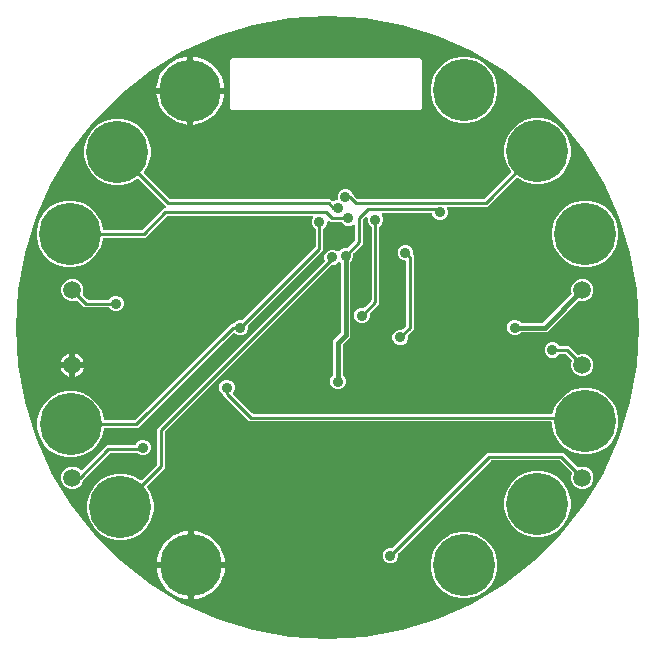
<source format=gbr>
G04 EAGLE Gerber RS-274X export*
G75*
%MOMM*%
%FSLAX34Y34*%
%LPD*%
%INBottom Copper*%
%IPPOS*%
%AMOC8*
5,1,8,0,0,1.08239X$1,22.5*%
G01*
%ADD10C,5.266000*%
%ADD11C,1.500000*%
%ADD12C,0.906400*%
%ADD13C,0.254000*%
%ADD14C,0.406400*%

G36*
X31749Y-262114D02*
X31749Y-262114D01*
X31756Y-262113D01*
X31901Y-262096D01*
X63112Y-256376D01*
X63119Y-256374D01*
X63261Y-256339D01*
X93555Y-246899D01*
X93561Y-246897D01*
X93698Y-246845D01*
X122633Y-233823D01*
X122639Y-233819D01*
X122769Y-233751D01*
X149923Y-217336D01*
X149928Y-217332D01*
X150049Y-217249D01*
X175027Y-197680D01*
X175032Y-197675D01*
X175142Y-197578D01*
X197578Y-175142D01*
X197583Y-175136D01*
X197680Y-175027D01*
X217249Y-150049D01*
X217252Y-150043D01*
X217336Y-149923D01*
X233751Y-122769D01*
X233754Y-122763D01*
X233823Y-122633D01*
X246845Y-93698D01*
X246847Y-93691D01*
X246899Y-93555D01*
X256339Y-63261D01*
X256341Y-63254D01*
X256376Y-63112D01*
X262096Y-31901D01*
X262096Y-31895D01*
X262113Y-31757D01*
X262114Y-31753D01*
X262114Y-31752D01*
X262114Y-31749D01*
X264030Y-77D01*
X264029Y-70D01*
X264030Y77D01*
X262114Y31749D01*
X262113Y31756D01*
X262096Y31901D01*
X256376Y63112D01*
X256374Y63119D01*
X256339Y63261D01*
X246899Y93555D01*
X246897Y93561D01*
X246845Y93698D01*
X233823Y122633D01*
X233819Y122639D01*
X233751Y122769D01*
X217336Y149923D01*
X217332Y149928D01*
X217249Y150049D01*
X197680Y175027D01*
X197675Y175032D01*
X197578Y175142D01*
X175142Y197578D01*
X175136Y197583D01*
X175027Y197680D01*
X150049Y217249D01*
X150043Y217252D01*
X149923Y217336D01*
X122769Y233751D01*
X122763Y233754D01*
X122633Y233823D01*
X93698Y246845D01*
X93691Y246847D01*
X93555Y246899D01*
X63261Y256339D01*
X63254Y256341D01*
X63112Y256376D01*
X31901Y262096D01*
X31894Y262096D01*
X31749Y262114D01*
X77Y264030D01*
X70Y264029D01*
X-77Y264030D01*
X-31749Y262114D01*
X-31756Y262113D01*
X-31901Y262096D01*
X-63112Y256376D01*
X-63116Y256375D01*
X-63120Y256375D01*
X-63132Y256371D01*
X-63261Y256339D01*
X-93555Y246899D01*
X-93561Y246897D01*
X-93698Y246845D01*
X-122633Y233823D01*
X-122639Y233819D01*
X-122769Y233751D01*
X-149923Y217336D01*
X-149928Y217332D01*
X-150049Y217249D01*
X-175027Y197680D01*
X-175032Y197675D01*
X-175142Y197578D01*
X-197578Y175142D01*
X-197583Y175136D01*
X-197680Y175027D01*
X-217249Y150049D01*
X-217252Y150043D01*
X-217336Y149923D01*
X-233751Y122769D01*
X-233754Y122763D01*
X-233823Y122633D01*
X-246845Y93698D01*
X-246847Y93691D01*
X-246899Y93555D01*
X-256339Y63261D01*
X-256341Y63254D01*
X-256376Y63112D01*
X-262096Y31901D01*
X-262096Y31894D01*
X-262114Y31749D01*
X-264030Y77D01*
X-264029Y70D01*
X-264030Y-77D01*
X-262114Y-31749D01*
X-262113Y-31756D01*
X-262096Y-31901D01*
X-256376Y-63112D01*
X-256374Y-63119D01*
X-256339Y-63261D01*
X-246899Y-93555D01*
X-246897Y-93561D01*
X-246845Y-93698D01*
X-233823Y-122633D01*
X-233819Y-122639D01*
X-233751Y-122769D01*
X-217336Y-149923D01*
X-217332Y-149928D01*
X-217249Y-150049D01*
X-197680Y-175027D01*
X-197675Y-175032D01*
X-197578Y-175142D01*
X-175142Y-197578D01*
X-175136Y-197583D01*
X-175027Y-197680D01*
X-150049Y-217249D01*
X-150043Y-217252D01*
X-149923Y-217336D01*
X-122769Y-233751D01*
X-122763Y-233754D01*
X-122633Y-233823D01*
X-93698Y-246845D01*
X-93691Y-246847D01*
X-93555Y-246899D01*
X-63261Y-256339D01*
X-63254Y-256341D01*
X-63112Y-256376D01*
X-31901Y-262096D01*
X-31894Y-262096D01*
X-31749Y-262114D01*
X-77Y-264030D01*
X-70Y-264029D01*
X77Y-264030D01*
X31749Y-262114D01*
G37*
%LPC*%
G36*
X-178961Y-180001D02*
X-178961Y-180001D01*
X-186110Y-178085D01*
X-192519Y-174385D01*
X-197753Y-169151D01*
X-201453Y-162742D01*
X-203369Y-155593D01*
X-203369Y-148191D01*
X-201453Y-141042D01*
X-197753Y-134633D01*
X-192519Y-129399D01*
X-186110Y-125699D01*
X-178961Y-123783D01*
X-171559Y-123783D01*
X-164410Y-125699D01*
X-158488Y-129118D01*
X-158384Y-129162D01*
X-158284Y-129213D01*
X-158238Y-129223D01*
X-158194Y-129242D01*
X-158083Y-129258D01*
X-157974Y-129283D01*
X-157926Y-129281D01*
X-157880Y-129288D01*
X-157768Y-129276D01*
X-157656Y-129273D01*
X-157610Y-129260D01*
X-157564Y-129255D01*
X-157458Y-129216D01*
X-157350Y-129185D01*
X-157310Y-129161D01*
X-157265Y-129144D01*
X-157173Y-129080D01*
X-157076Y-129023D01*
X-157022Y-128975D01*
X-157004Y-128963D01*
X-156992Y-128949D01*
X-156955Y-128917D01*
X-144644Y-116606D01*
X-144584Y-116527D01*
X-144516Y-116455D01*
X-144487Y-116402D01*
X-144450Y-116354D01*
X-144410Y-116263D01*
X-144362Y-116177D01*
X-144347Y-116118D01*
X-144323Y-116063D01*
X-144308Y-115965D01*
X-144283Y-115869D01*
X-144277Y-115769D01*
X-144273Y-115748D01*
X-144275Y-115736D01*
X-144273Y-115708D01*
X-144273Y-85754D01*
X-141966Y-83448D01*
X-2481Y56037D01*
X-2463Y56061D01*
X-2441Y56080D01*
X-2366Y56186D01*
X-2286Y56289D01*
X-2275Y56316D01*
X-2258Y56340D01*
X-2212Y56461D01*
X-2160Y56581D01*
X-2155Y56610D01*
X-2145Y56637D01*
X-2131Y56766D01*
X-2110Y56895D01*
X-2113Y56924D01*
X-2110Y56953D01*
X-2128Y57082D01*
X-2140Y57211D01*
X-2150Y57239D01*
X-2154Y57268D01*
X-2206Y57421D01*
X-2517Y58170D01*
X-2517Y60782D01*
X-1517Y63195D01*
X330Y65041D01*
X2742Y66041D01*
X5354Y66041D01*
X7767Y65041D01*
X8065Y64744D01*
X8159Y64670D01*
X8248Y64592D01*
X8284Y64573D01*
X8316Y64549D01*
X8425Y64501D01*
X8531Y64447D01*
X8570Y64438D01*
X8608Y64422D01*
X8725Y64404D01*
X8841Y64377D01*
X8882Y64379D01*
X8922Y64372D01*
X9040Y64384D01*
X9159Y64387D01*
X9198Y64398D01*
X9238Y64402D01*
X9350Y64442D01*
X9465Y64476D01*
X9500Y64496D01*
X9538Y64510D01*
X9636Y64576D01*
X9739Y64637D01*
X9784Y64677D01*
X9801Y64688D01*
X9814Y64703D01*
X9860Y64743D01*
X11581Y66465D01*
X13994Y67465D01*
X16668Y67465D01*
X16766Y67477D01*
X16865Y67480D01*
X16924Y67497D01*
X16984Y67505D01*
X17076Y67541D01*
X17171Y67569D01*
X17223Y67599D01*
X17279Y67622D01*
X17359Y67680D01*
X17445Y67730D01*
X17520Y67796D01*
X17537Y67808D01*
X17545Y67818D01*
X17566Y67836D01*
X22996Y73266D01*
X23056Y73345D01*
X23124Y73417D01*
X23153Y73470D01*
X23190Y73518D01*
X23230Y73609D01*
X23278Y73695D01*
X23293Y73754D01*
X23317Y73809D01*
X23332Y73907D01*
X23357Y74003D01*
X23363Y74103D01*
X23367Y74124D01*
X23365Y74136D01*
X23367Y74164D01*
X23367Y86019D01*
X23361Y86069D01*
X23363Y86118D01*
X23341Y86225D01*
X23327Y86335D01*
X23309Y86381D01*
X23299Y86430D01*
X23251Y86528D01*
X23210Y86630D01*
X23181Y86670D01*
X23159Y86715D01*
X23088Y86799D01*
X23024Y86888D01*
X22985Y86919D01*
X22953Y86957D01*
X22863Y87020D01*
X22779Y87091D01*
X22734Y87112D01*
X22693Y87140D01*
X22590Y87179D01*
X22491Y87226D01*
X22442Y87235D01*
X22396Y87253D01*
X22286Y87265D01*
X22179Y87286D01*
X22129Y87283D01*
X22080Y87288D01*
X21971Y87273D01*
X21861Y87266D01*
X21814Y87251D01*
X21765Y87244D01*
X21612Y87192D01*
X19086Y86145D01*
X16474Y86145D01*
X14061Y87145D01*
X12171Y89036D01*
X12092Y89096D01*
X12020Y89164D01*
X11967Y89193D01*
X11919Y89230D01*
X11828Y89270D01*
X11742Y89318D01*
X11683Y89333D01*
X11627Y89357D01*
X11529Y89372D01*
X11434Y89397D01*
X11334Y89403D01*
X11313Y89407D01*
X11301Y89405D01*
X11273Y89407D01*
X2442Y89407D01*
X1973Y89877D01*
X1863Y89962D01*
X1756Y90051D01*
X1737Y90059D01*
X1721Y90072D01*
X1593Y90127D01*
X1468Y90186D01*
X1448Y90190D01*
X1429Y90198D01*
X1291Y90220D01*
X1156Y90246D01*
X1135Y90245D01*
X1115Y90248D01*
X976Y90235D01*
X838Y90226D01*
X819Y90220D01*
X799Y90218D01*
X668Y90171D01*
X536Y90128D01*
X518Y90117D01*
X499Y90110D01*
X385Y90032D01*
X267Y89958D01*
X253Y89943D01*
X236Y89932D01*
X144Y89828D01*
X49Y89726D01*
X39Y89709D01*
X26Y89693D01*
X-37Y89570D01*
X-105Y89448D01*
X-110Y89428D01*
X-119Y89410D01*
X-149Y89274D01*
X-184Y89140D01*
X-186Y89112D01*
X-188Y89100D01*
X-188Y89079D01*
X-194Y88979D01*
X-194Y88003D01*
X-1194Y85590D01*
X-3084Y83699D01*
X-3145Y83621D01*
X-3213Y83549D01*
X-3242Y83496D01*
X-3279Y83448D01*
X-3319Y83357D01*
X-3367Y83271D01*
X-3382Y83212D01*
X-3406Y83156D01*
X-3421Y83058D01*
X-3446Y82963D01*
X-3452Y82863D01*
X-3456Y82842D01*
X-3454Y82830D01*
X-3456Y82802D01*
X-3456Y65533D01*
X-66724Y2266D01*
X-66784Y2187D01*
X-66852Y2115D01*
X-66881Y2062D01*
X-66918Y2014D01*
X-66958Y1923D01*
X-67006Y1837D01*
X-67021Y1778D01*
X-67045Y1723D01*
X-67060Y1625D01*
X-67085Y1529D01*
X-67091Y1429D01*
X-67095Y1408D01*
X-67093Y1396D01*
X-67095Y1368D01*
X-67095Y-1306D01*
X-68095Y-3719D01*
X-69941Y-5565D01*
X-72354Y-6565D01*
X-74966Y-6565D01*
X-77379Y-5565D01*
X-78244Y-4700D01*
X-78338Y-4627D01*
X-78427Y-4548D01*
X-78463Y-4530D01*
X-78495Y-4505D01*
X-78604Y-4458D01*
X-78711Y-4403D01*
X-78750Y-4395D01*
X-78787Y-4379D01*
X-78905Y-4360D01*
X-79021Y-4334D01*
X-79061Y-4335D01*
X-79101Y-4329D01*
X-79220Y-4340D01*
X-79339Y-4343D01*
X-79378Y-4355D01*
X-79418Y-4359D01*
X-79530Y-4399D01*
X-79644Y-4432D01*
X-79679Y-4452D01*
X-79717Y-4466D01*
X-79816Y-4533D01*
X-79918Y-4593D01*
X-79964Y-4633D01*
X-79980Y-4645D01*
X-79994Y-4660D01*
X-80039Y-4700D01*
X-160430Y-85091D01*
X-188235Y-85091D01*
X-188346Y-85105D01*
X-188458Y-85111D01*
X-188503Y-85125D01*
X-188550Y-85131D01*
X-188655Y-85172D01*
X-188762Y-85205D01*
X-188802Y-85230D01*
X-188846Y-85248D01*
X-188937Y-85314D01*
X-189032Y-85373D01*
X-189065Y-85407D01*
X-189103Y-85434D01*
X-189175Y-85521D01*
X-189253Y-85602D01*
X-189276Y-85643D01*
X-189306Y-85679D01*
X-189354Y-85781D01*
X-189409Y-85879D01*
X-189432Y-85948D01*
X-189442Y-85967D01*
X-189445Y-85985D01*
X-189461Y-86031D01*
X-191231Y-92638D01*
X-194931Y-99047D01*
X-200165Y-104281D01*
X-206574Y-107981D01*
X-213723Y-109897D01*
X-221125Y-109897D01*
X-228274Y-107981D01*
X-234683Y-104281D01*
X-239917Y-99047D01*
X-243617Y-92638D01*
X-245533Y-85489D01*
X-245533Y-78087D01*
X-243617Y-70938D01*
X-239917Y-64529D01*
X-234683Y-59295D01*
X-228274Y-55595D01*
X-221125Y-53679D01*
X-213723Y-53679D01*
X-206574Y-55595D01*
X-200165Y-59295D01*
X-194931Y-64529D01*
X-191231Y-70938D01*
X-189461Y-77545D01*
X-189418Y-77649D01*
X-189384Y-77755D01*
X-189358Y-77795D01*
X-189341Y-77839D01*
X-189274Y-77929D01*
X-189213Y-78024D01*
X-189179Y-78056D01*
X-189151Y-78094D01*
X-189064Y-78165D01*
X-188982Y-78242D01*
X-188941Y-78265D01*
X-188904Y-78295D01*
X-188802Y-78341D01*
X-188703Y-78396D01*
X-188658Y-78407D01*
X-188615Y-78427D01*
X-188504Y-78447D01*
X-188395Y-78475D01*
X-188323Y-78480D01*
X-188302Y-78483D01*
X-188284Y-78482D01*
X-188235Y-78485D01*
X-163692Y-78485D01*
X-163594Y-78473D01*
X-163495Y-78470D01*
X-163436Y-78453D01*
X-163376Y-78445D01*
X-163284Y-78409D01*
X-163189Y-78381D01*
X-163137Y-78351D01*
X-163081Y-78328D01*
X-163001Y-78270D01*
X-162915Y-78220D01*
X-162840Y-78154D01*
X-162823Y-78142D01*
X-162815Y-78132D01*
X-162794Y-78114D01*
X-81378Y3303D01*
X-80167Y3303D01*
X-80069Y3315D01*
X-79970Y3318D01*
X-79912Y3335D01*
X-79851Y3343D01*
X-79759Y3379D01*
X-79664Y3407D01*
X-79612Y3437D01*
X-79556Y3460D01*
X-79476Y3518D01*
X-79390Y3568D01*
X-79315Y3634D01*
X-79298Y3646D01*
X-79291Y3656D01*
X-79269Y3674D01*
X-77379Y5565D01*
X-74966Y6565D01*
X-72292Y6565D01*
X-72194Y6577D01*
X-72095Y6580D01*
X-72036Y6597D01*
X-71976Y6605D01*
X-71884Y6641D01*
X-71789Y6669D01*
X-71737Y6699D01*
X-71681Y6722D01*
X-71601Y6780D01*
X-71515Y6830D01*
X-71440Y6896D01*
X-71423Y6908D01*
X-71415Y6918D01*
X-71394Y6936D01*
X-10433Y67897D01*
X-10373Y67976D01*
X-10305Y68048D01*
X-10276Y68101D01*
X-10238Y68149D01*
X-10199Y68240D01*
X-10151Y68326D01*
X-10136Y68385D01*
X-10112Y68440D01*
X-10097Y68538D01*
X-10072Y68634D01*
X-10066Y68734D01*
X-10062Y68755D01*
X-10063Y68767D01*
X-10062Y68795D01*
X-10062Y82802D01*
X-10074Y82900D01*
X-10077Y82999D01*
X-10094Y83057D01*
X-10102Y83118D01*
X-10138Y83210D01*
X-10165Y83305D01*
X-10196Y83357D01*
X-10219Y83413D01*
X-10277Y83493D01*
X-10327Y83579D01*
X-10393Y83654D01*
X-10405Y83671D01*
X-10415Y83678D01*
X-10433Y83699D01*
X-12324Y85590D01*
X-13324Y88003D01*
X-13324Y90615D01*
X-12447Y92732D01*
X-12433Y92780D01*
X-12412Y92825D01*
X-12392Y92933D01*
X-12363Y93039D01*
X-12362Y93089D01*
X-12352Y93138D01*
X-12359Y93247D01*
X-12358Y93357D01*
X-12369Y93405D01*
X-12372Y93455D01*
X-12406Y93559D01*
X-12432Y93666D01*
X-12455Y93710D01*
X-12470Y93757D01*
X-12529Y93850D01*
X-12580Y93947D01*
X-12614Y93984D01*
X-12640Y94026D01*
X-12720Y94101D01*
X-12794Y94183D01*
X-12836Y94210D01*
X-12872Y94244D01*
X-12968Y94297D01*
X-13060Y94357D01*
X-13107Y94374D01*
X-13151Y94398D01*
X-13257Y94425D01*
X-13361Y94461D01*
X-13410Y94465D01*
X-13458Y94477D01*
X-13619Y94487D01*
X-135266Y94487D01*
X-135364Y94475D01*
X-135463Y94472D01*
X-135522Y94455D01*
X-135582Y94447D01*
X-135674Y94411D01*
X-135769Y94383D01*
X-135821Y94353D01*
X-135877Y94330D01*
X-135957Y94272D01*
X-136043Y94222D01*
X-136118Y94156D01*
X-136135Y94144D01*
X-136143Y94134D01*
X-136164Y94116D01*
X-154334Y75945D01*
X-188997Y75945D01*
X-189108Y75931D01*
X-189220Y75925D01*
X-189265Y75911D01*
X-189312Y75905D01*
X-189417Y75864D01*
X-189524Y75831D01*
X-189564Y75806D01*
X-189608Y75788D01*
X-189699Y75722D01*
X-189794Y75663D01*
X-189827Y75629D01*
X-189865Y75602D01*
X-189937Y75515D01*
X-190015Y75434D01*
X-190038Y75393D01*
X-190068Y75357D01*
X-190116Y75255D01*
X-190171Y75157D01*
X-190194Y75088D01*
X-190204Y75069D01*
X-190207Y75051D01*
X-190223Y75005D01*
X-191993Y68398D01*
X-195693Y61989D01*
X-200927Y56755D01*
X-207336Y53055D01*
X-214485Y51139D01*
X-221887Y51139D01*
X-229036Y53055D01*
X-235445Y56755D01*
X-240679Y61989D01*
X-244379Y68398D01*
X-246295Y75547D01*
X-246295Y82949D01*
X-244379Y90098D01*
X-240679Y96507D01*
X-235445Y101741D01*
X-229036Y105441D01*
X-221887Y107357D01*
X-214485Y107357D01*
X-207336Y105441D01*
X-200927Y101741D01*
X-195693Y96507D01*
X-191993Y90098D01*
X-190223Y83491D01*
X-190180Y83387D01*
X-190146Y83281D01*
X-190120Y83241D01*
X-190103Y83197D01*
X-190036Y83107D01*
X-189975Y83012D01*
X-189941Y82980D01*
X-189913Y82942D01*
X-189826Y82871D01*
X-189744Y82794D01*
X-189703Y82771D01*
X-189666Y82741D01*
X-189564Y82695D01*
X-189465Y82640D01*
X-189420Y82629D01*
X-189377Y82609D01*
X-189266Y82589D01*
X-189157Y82561D01*
X-189085Y82556D01*
X-189064Y82553D01*
X-189046Y82554D01*
X-188997Y82551D01*
X-157596Y82551D01*
X-157498Y82563D01*
X-157399Y82566D01*
X-157340Y82583D01*
X-157280Y82591D01*
X-157188Y82627D01*
X-157093Y82655D01*
X-157041Y82685D01*
X-156985Y82708D01*
X-156905Y82766D01*
X-156819Y82816D01*
X-156744Y82882D01*
X-156727Y82894D01*
X-156719Y82904D01*
X-156698Y82922D01*
X-138528Y101093D01*
X-138038Y101093D01*
X-137900Y101110D01*
X-137761Y101123D01*
X-137742Y101130D01*
X-137722Y101133D01*
X-137593Y101184D01*
X-137462Y101231D01*
X-137445Y101242D01*
X-137427Y101250D01*
X-137314Y101331D01*
X-137199Y101409D01*
X-137186Y101425D01*
X-137169Y101436D01*
X-137080Y101544D01*
X-136988Y101648D01*
X-136979Y101666D01*
X-136966Y101681D01*
X-136907Y101807D01*
X-136844Y101931D01*
X-136839Y101951D01*
X-136831Y101969D01*
X-136805Y102106D01*
X-136774Y102241D01*
X-136775Y102262D01*
X-136771Y102281D01*
X-136780Y102420D01*
X-136784Y102559D01*
X-136790Y102579D01*
X-136791Y102599D01*
X-136834Y102731D01*
X-136872Y102865D01*
X-136883Y102882D01*
X-136889Y102901D01*
X-136963Y103019D01*
X-137034Y103139D01*
X-137052Y103160D01*
X-137059Y103170D01*
X-137074Y103184D01*
X-137140Y103259D01*
X-138294Y104413D01*
X-138294Y104414D01*
X-159495Y125615D01*
X-159584Y125684D01*
X-159668Y125759D01*
X-159709Y125781D01*
X-159747Y125810D01*
X-159850Y125854D01*
X-159949Y125906D01*
X-159995Y125917D01*
X-160039Y125936D01*
X-160150Y125954D01*
X-160259Y125979D01*
X-160306Y125978D01*
X-160353Y125986D01*
X-160465Y125975D01*
X-160577Y125973D01*
X-160622Y125960D01*
X-160669Y125956D01*
X-160775Y125918D01*
X-160883Y125888D01*
X-160948Y125856D01*
X-160969Y125848D01*
X-160984Y125838D01*
X-161028Y125816D01*
X-166950Y122397D01*
X-174099Y120481D01*
X-181501Y120481D01*
X-188650Y122397D01*
X-195059Y126097D01*
X-200293Y131331D01*
X-203993Y137740D01*
X-205909Y144889D01*
X-205909Y152291D01*
X-203993Y159440D01*
X-200293Y165849D01*
X-195059Y171083D01*
X-188650Y174783D01*
X-181501Y176699D01*
X-174099Y176699D01*
X-166950Y174783D01*
X-160541Y171083D01*
X-155307Y165849D01*
X-151607Y159440D01*
X-149691Y152291D01*
X-149691Y144889D01*
X-151607Y137740D01*
X-155026Y131818D01*
X-155070Y131714D01*
X-155121Y131614D01*
X-155131Y131568D01*
X-155150Y131524D01*
X-155166Y131413D01*
X-155191Y131304D01*
X-155189Y131256D01*
X-155196Y131210D01*
X-155184Y131098D01*
X-155181Y130986D01*
X-155168Y130940D01*
X-155163Y130894D01*
X-155124Y130788D01*
X-155093Y130680D01*
X-155069Y130640D01*
X-155052Y130595D01*
X-154988Y130503D01*
X-154931Y130406D01*
X-154883Y130352D01*
X-154871Y130334D01*
X-154857Y130322D01*
X-154825Y130285D01*
X-133624Y109084D01*
X-133545Y109024D01*
X-133473Y108956D01*
X-133420Y108927D01*
X-133372Y108890D01*
X-133281Y108850D01*
X-133195Y108802D01*
X-133136Y108787D01*
X-133081Y108763D01*
X-132983Y108748D01*
X-132887Y108723D01*
X-132787Y108717D01*
X-132766Y108713D01*
X-132754Y108715D01*
X-132726Y108713D01*
X2311Y108713D01*
X3867Y107157D01*
X3891Y107139D01*
X3910Y107116D01*
X4016Y107041D01*
X4119Y106962D01*
X4146Y106950D01*
X4170Y106933D01*
X4291Y106887D01*
X4410Y106835D01*
X4440Y106831D01*
X4467Y106820D01*
X4596Y106806D01*
X4724Y106786D01*
X4754Y106788D01*
X4783Y106785D01*
X4912Y106803D01*
X5041Y106815D01*
X5069Y106825D01*
X5098Y106829D01*
X5250Y106882D01*
X7524Y107823D01*
X7643Y107831D01*
X7681Y107843D01*
X7722Y107848D01*
X7832Y107892D01*
X7945Y107929D01*
X7980Y107950D01*
X8017Y107965D01*
X8113Y108035D01*
X8214Y108099D01*
X8242Y108128D01*
X8275Y108152D01*
X8351Y108244D01*
X8432Y108331D01*
X8452Y108366D01*
X8477Y108397D01*
X8528Y108505D01*
X8586Y108609D01*
X8596Y108648D01*
X8613Y108685D01*
X8635Y108802D01*
X8665Y108917D01*
X8669Y108977D01*
X8673Y108997D01*
X8671Y109018D01*
X8675Y109078D01*
X8675Y111796D01*
X9675Y114209D01*
X11521Y116055D01*
X13934Y117055D01*
X16546Y117055D01*
X18959Y116055D01*
X20805Y114209D01*
X21277Y113071D01*
X21281Y113063D01*
X21284Y113054D01*
X21360Y112925D01*
X21434Y112795D01*
X21441Y112788D01*
X21445Y112780D01*
X21552Y112659D01*
X22724Y111487D01*
X22724Y111486D01*
X25126Y109084D01*
X25205Y109024D01*
X25277Y108956D01*
X25330Y108927D01*
X25378Y108890D01*
X25469Y108850D01*
X25555Y108802D01*
X25614Y108787D01*
X25669Y108763D01*
X25767Y108748D01*
X25863Y108723D01*
X25963Y108717D01*
X25984Y108713D01*
X25996Y108715D01*
X26024Y108713D01*
X131964Y108713D01*
X132062Y108725D01*
X132161Y108728D01*
X132220Y108745D01*
X132280Y108753D01*
X132372Y108789D01*
X132467Y108817D01*
X132519Y108847D01*
X132575Y108870D01*
X132655Y108928D01*
X132741Y108978D01*
X132816Y109044D01*
X132833Y109056D01*
X132841Y109066D01*
X132862Y109084D01*
X154825Y131047D01*
X154894Y131136D01*
X154969Y131220D01*
X154991Y131261D01*
X155020Y131299D01*
X155064Y131402D01*
X155116Y131501D01*
X155127Y131547D01*
X155146Y131591D01*
X155164Y131702D01*
X155189Y131811D01*
X155188Y131858D01*
X155196Y131905D01*
X155185Y132017D01*
X155183Y132129D01*
X155170Y132174D01*
X155166Y132221D01*
X155128Y132327D01*
X155098Y132435D01*
X155066Y132500D01*
X155058Y132521D01*
X155048Y132536D01*
X155026Y132580D01*
X151607Y138502D01*
X149691Y145651D01*
X149691Y153053D01*
X151607Y160202D01*
X155307Y166611D01*
X160541Y171845D01*
X166950Y175545D01*
X174099Y177461D01*
X181501Y177461D01*
X188650Y175545D01*
X195059Y171845D01*
X200293Y166611D01*
X203993Y160202D01*
X205909Y153053D01*
X205909Y145651D01*
X203993Y138502D01*
X200293Y132093D01*
X195059Y126859D01*
X188650Y123159D01*
X181501Y121243D01*
X174099Y121243D01*
X166950Y123159D01*
X161028Y126578D01*
X160924Y126622D01*
X160824Y126673D01*
X160778Y126683D01*
X160734Y126702D01*
X160623Y126718D01*
X160514Y126743D01*
X160466Y126741D01*
X160420Y126748D01*
X160308Y126736D01*
X160196Y126733D01*
X160150Y126720D01*
X160104Y126715D01*
X159998Y126676D01*
X159890Y126645D01*
X159850Y126621D01*
X159805Y126604D01*
X159713Y126540D01*
X159616Y126483D01*
X159562Y126435D01*
X159544Y126423D01*
X159532Y126409D01*
X159495Y126377D01*
X137532Y104414D01*
X135226Y102107D01*
X102378Y102107D01*
X102329Y102101D01*
X102279Y102103D01*
X102172Y102081D01*
X102063Y102067D01*
X102016Y102049D01*
X101968Y102039D01*
X101869Y101991D01*
X101767Y101950D01*
X101727Y101921D01*
X101682Y101899D01*
X101599Y101828D01*
X101510Y101764D01*
X101478Y101725D01*
X101440Y101693D01*
X101377Y101603D01*
X101307Y101519D01*
X101286Y101474D01*
X101257Y101433D01*
X101218Y101330D01*
X101171Y101231D01*
X101162Y101182D01*
X101144Y101136D01*
X101132Y101026D01*
X101112Y100919D01*
X101115Y100869D01*
X101109Y100820D01*
X101125Y100711D01*
X101131Y100601D01*
X101147Y100554D01*
X101154Y100505D01*
X101206Y100352D01*
X101815Y98882D01*
X101815Y96270D01*
X100815Y93857D01*
X98969Y92011D01*
X96556Y91011D01*
X93944Y91011D01*
X91531Y92011D01*
X89685Y93857D01*
X88696Y96244D01*
X88682Y96269D01*
X88673Y96297D01*
X88603Y96407D01*
X88539Y96520D01*
X88518Y96541D01*
X88502Y96566D01*
X88408Y96655D01*
X88317Y96748D01*
X88292Y96764D01*
X88271Y96784D01*
X88157Y96847D01*
X88046Y96915D01*
X88018Y96923D01*
X87992Y96938D01*
X87866Y96970D01*
X87742Y97008D01*
X87713Y97010D01*
X87684Y97017D01*
X87524Y97027D01*
X47331Y97027D01*
X47281Y97021D01*
X47232Y97023D01*
X47124Y97001D01*
X47015Y96987D01*
X46969Y96969D01*
X46920Y96959D01*
X46822Y96911D01*
X46720Y96870D01*
X46679Y96841D01*
X46635Y96819D01*
X46551Y96748D01*
X46462Y96684D01*
X46431Y96645D01*
X46393Y96613D01*
X46330Y96523D01*
X46259Y96439D01*
X46238Y96394D01*
X46210Y96353D01*
X46171Y96250D01*
X46124Y96151D01*
X46115Y96102D01*
X46097Y96056D01*
X46085Y95946D01*
X46064Y95839D01*
X46067Y95789D01*
X46062Y95740D01*
X46077Y95631D01*
X46084Y95521D01*
X46099Y95474D01*
X46106Y95425D01*
X46158Y95272D01*
X47205Y92746D01*
X47205Y90134D01*
X46205Y87721D01*
X44314Y85831D01*
X44254Y85752D01*
X44186Y85680D01*
X44157Y85627D01*
X44120Y85579D01*
X44080Y85488D01*
X44032Y85402D01*
X44017Y85343D01*
X43993Y85287D01*
X43978Y85189D01*
X43953Y85094D01*
X43947Y84994D01*
X43943Y84973D01*
X43945Y84961D01*
X43943Y84933D01*
X43943Y20222D01*
X36146Y12426D01*
X36086Y12347D01*
X36018Y12275D01*
X35989Y12222D01*
X35952Y12174D01*
X35912Y12083D01*
X35864Y11997D01*
X35849Y11938D01*
X35825Y11883D01*
X35810Y11785D01*
X35785Y11689D01*
X35779Y11589D01*
X35775Y11568D01*
X35777Y11556D01*
X35775Y11528D01*
X35775Y8854D01*
X34775Y6441D01*
X32929Y4595D01*
X30516Y3595D01*
X27904Y3595D01*
X25491Y4595D01*
X23645Y6441D01*
X22645Y8854D01*
X22645Y11466D01*
X23645Y13879D01*
X25491Y15725D01*
X27904Y16725D01*
X30578Y16725D01*
X30676Y16737D01*
X30775Y16740D01*
X30834Y16757D01*
X30894Y16765D01*
X30986Y16801D01*
X31081Y16829D01*
X31133Y16859D01*
X31189Y16882D01*
X31269Y16940D01*
X31355Y16990D01*
X31430Y17056D01*
X31447Y17068D01*
X31455Y17078D01*
X31476Y17096D01*
X36966Y22586D01*
X37026Y22665D01*
X37094Y22737D01*
X37123Y22790D01*
X37160Y22838D01*
X37200Y22929D01*
X37248Y23015D01*
X37263Y23074D01*
X37287Y23129D01*
X37302Y23227D01*
X37327Y23323D01*
X37333Y23423D01*
X37337Y23444D01*
X37335Y23456D01*
X37337Y23484D01*
X37337Y84933D01*
X37325Y85031D01*
X37322Y85130D01*
X37305Y85188D01*
X37297Y85249D01*
X37261Y85341D01*
X37233Y85436D01*
X37203Y85488D01*
X37180Y85544D01*
X37122Y85624D01*
X37072Y85710D01*
X37006Y85785D01*
X36994Y85802D01*
X36984Y85809D01*
X36966Y85831D01*
X35075Y87721D01*
X34075Y90134D01*
X34075Y92380D01*
X34058Y92518D01*
X34045Y92657D01*
X34038Y92676D01*
X34035Y92696D01*
X33984Y92825D01*
X33937Y92956D01*
X33926Y92973D01*
X33918Y92991D01*
X33837Y93104D01*
X33759Y93219D01*
X33743Y93232D01*
X33732Y93249D01*
X33624Y93338D01*
X33520Y93430D01*
X33502Y93439D01*
X33487Y93452D01*
X33361Y93511D01*
X33237Y93574D01*
X33217Y93579D01*
X33199Y93587D01*
X33062Y93613D01*
X32927Y93644D01*
X32906Y93643D01*
X32887Y93647D01*
X32748Y93638D01*
X32609Y93634D01*
X32589Y93628D01*
X32569Y93627D01*
X32437Y93584D01*
X32303Y93546D01*
X32286Y93535D01*
X32267Y93529D01*
X32149Y93455D01*
X32029Y93384D01*
X32008Y93366D01*
X31998Y93359D01*
X31984Y93344D01*
X31909Y93278D01*
X30344Y91714D01*
X30284Y91635D01*
X30216Y91563D01*
X30187Y91510D01*
X30150Y91462D01*
X30110Y91371D01*
X30062Y91285D01*
X30047Y91226D01*
X30023Y91171D01*
X30008Y91073D01*
X29983Y90977D01*
X29977Y90877D01*
X29973Y90856D01*
X29975Y90844D01*
X29973Y90816D01*
X29973Y70902D01*
X22236Y63166D01*
X22176Y63087D01*
X22108Y63015D01*
X22079Y62962D01*
X22042Y62914D01*
X22002Y62823D01*
X21954Y62737D01*
X21939Y62678D01*
X21915Y62623D01*
X21900Y62525D01*
X21875Y62429D01*
X21869Y62329D01*
X21865Y62308D01*
X21867Y62296D01*
X21865Y62268D01*
X21865Y59594D01*
X20865Y57181D01*
X19736Y56053D01*
X19676Y55974D01*
X19608Y55902D01*
X19579Y55849D01*
X19542Y55801D01*
X19502Y55710D01*
X19454Y55624D01*
X19439Y55565D01*
X19415Y55509D01*
X19400Y55411D01*
X19375Y55316D01*
X19369Y55216D01*
X19365Y55195D01*
X19367Y55183D01*
X19365Y55155D01*
X19365Y-7974D01*
X13326Y-14012D01*
X13266Y-14090D01*
X13198Y-14162D01*
X13169Y-14215D01*
X13132Y-14263D01*
X13092Y-14354D01*
X13044Y-14441D01*
X13029Y-14499D01*
X13005Y-14555D01*
X12990Y-14653D01*
X12965Y-14749D01*
X12959Y-14849D01*
X12955Y-14869D01*
X12957Y-14881D01*
X12955Y-14909D01*
X12955Y-39975D01*
X12967Y-40073D01*
X12970Y-40172D01*
X12987Y-40230D01*
X12995Y-40291D01*
X13031Y-40383D01*
X13059Y-40478D01*
X13089Y-40530D01*
X13112Y-40586D01*
X13170Y-40666D01*
X13220Y-40752D01*
X13286Y-40827D01*
X13298Y-40844D01*
X13308Y-40851D01*
X13326Y-40873D01*
X14455Y-42001D01*
X15455Y-44414D01*
X15455Y-47026D01*
X14455Y-49439D01*
X12609Y-51285D01*
X10196Y-52285D01*
X7584Y-52285D01*
X5171Y-51285D01*
X3325Y-49439D01*
X2325Y-47026D01*
X2325Y-44414D01*
X3325Y-42001D01*
X4454Y-40873D01*
X4514Y-40794D01*
X4582Y-40722D01*
X4611Y-40669D01*
X4648Y-40621D01*
X4688Y-40530D01*
X4736Y-40444D01*
X4751Y-40385D01*
X4775Y-40329D01*
X4790Y-40231D01*
X4815Y-40136D01*
X4821Y-40036D01*
X4825Y-40015D01*
X4823Y-40003D01*
X4825Y-39975D01*
X4825Y-11016D01*
X10864Y-4978D01*
X10924Y-4900D01*
X10992Y-4828D01*
X11021Y-4775D01*
X11058Y-4727D01*
X11098Y-4636D01*
X11146Y-4549D01*
X11161Y-4491D01*
X11185Y-4435D01*
X11200Y-4337D01*
X11225Y-4241D01*
X11231Y-4141D01*
X11235Y-4121D01*
X11233Y-4109D01*
X11235Y-4081D01*
X11235Y54315D01*
X11218Y54453D01*
X11205Y54591D01*
X11198Y54610D01*
X11195Y54631D01*
X11144Y54760D01*
X11097Y54891D01*
X11086Y54907D01*
X11078Y54926D01*
X10997Y55038D01*
X10919Y55154D01*
X10903Y55167D01*
X10892Y55184D01*
X10784Y55272D01*
X10680Y55364D01*
X10662Y55373D01*
X10647Y55386D01*
X10521Y55446D01*
X10397Y55509D01*
X10377Y55513D01*
X10359Y55522D01*
X10222Y55548D01*
X10087Y55578D01*
X10066Y55578D01*
X10047Y55582D01*
X9908Y55573D01*
X9769Y55569D01*
X9749Y55563D01*
X9729Y55562D01*
X9597Y55519D01*
X9463Y55480D01*
X9446Y55470D01*
X9427Y55464D01*
X9309Y55389D01*
X9189Y55319D01*
X9168Y55300D01*
X9158Y55294D01*
X9144Y55279D01*
X9069Y55212D01*
X7767Y53911D01*
X5354Y52911D01*
X4260Y52911D01*
X4162Y52899D01*
X4063Y52896D01*
X4004Y52879D01*
X3944Y52871D01*
X3852Y52835D01*
X3757Y52807D01*
X3705Y52777D01*
X3649Y52754D01*
X3569Y52696D01*
X3483Y52646D01*
X3408Y52580D01*
X3391Y52568D01*
X3383Y52558D01*
X3362Y52540D01*
X-137296Y-88118D01*
X-137356Y-88197D01*
X-137424Y-88269D01*
X-137453Y-88322D01*
X-137490Y-88370D01*
X-137530Y-88461D01*
X-137578Y-88547D01*
X-137593Y-88606D01*
X-137617Y-88661D01*
X-137632Y-88759D01*
X-137657Y-88855D01*
X-137663Y-88955D01*
X-137667Y-88976D01*
X-137665Y-88988D01*
X-137667Y-89016D01*
X-137667Y-118970D01*
X-152285Y-133587D01*
X-152354Y-133676D01*
X-152429Y-133760D01*
X-152451Y-133801D01*
X-152480Y-133839D01*
X-152524Y-133942D01*
X-152576Y-134041D01*
X-152587Y-134087D01*
X-152606Y-134131D01*
X-152624Y-134242D01*
X-152649Y-134351D01*
X-152648Y-134398D01*
X-152656Y-134445D01*
X-152645Y-134557D01*
X-152643Y-134669D01*
X-152630Y-134714D01*
X-152626Y-134761D01*
X-152588Y-134867D01*
X-152558Y-134975D01*
X-152526Y-135040D01*
X-152518Y-135061D01*
X-152508Y-135076D01*
X-152486Y-135120D01*
X-149067Y-141042D01*
X-147151Y-148191D01*
X-147151Y-155593D01*
X-149067Y-162742D01*
X-152767Y-169151D01*
X-158001Y-174385D01*
X-164410Y-178085D01*
X-171559Y-180001D01*
X-178961Y-180001D01*
G37*
%LPD*%
%LPC*%
G36*
X-81062Y184149D02*
X-81062Y184149D01*
X-82551Y185638D01*
X-82551Y226604D01*
X-81062Y228093D01*
X78522Y228093D01*
X80011Y226604D01*
X80011Y185638D01*
X78522Y184149D01*
X-81062Y184149D01*
G37*
%LPD*%
%LPC*%
G36*
X214485Y-107357D02*
X214485Y-107357D01*
X207336Y-105441D01*
X200927Y-101741D01*
X195693Y-96507D01*
X191993Y-90098D01*
X190077Y-82949D01*
X190077Y-80772D01*
X190062Y-80654D01*
X190055Y-80535D01*
X190042Y-80497D01*
X190037Y-80456D01*
X189994Y-80346D01*
X189957Y-80233D01*
X189935Y-80198D01*
X189920Y-80161D01*
X189851Y-80065D01*
X189787Y-79964D01*
X189757Y-79936D01*
X189734Y-79903D01*
X189642Y-79827D01*
X189555Y-79746D01*
X189520Y-79726D01*
X189489Y-79701D01*
X189381Y-79650D01*
X189277Y-79592D01*
X189237Y-79582D01*
X189201Y-79565D01*
X189084Y-79543D01*
X188969Y-79513D01*
X188909Y-79509D01*
X188889Y-79505D01*
X188868Y-79507D01*
X188808Y-79503D01*
X-66138Y-79503D01*
X-88401Y-57240D01*
X-88405Y-57209D01*
X-88408Y-57110D01*
X-88425Y-57051D01*
X-88433Y-56991D01*
X-88469Y-56899D01*
X-88497Y-56804D01*
X-88527Y-56752D01*
X-88550Y-56696D01*
X-88608Y-56616D01*
X-88658Y-56530D01*
X-88724Y-56455D01*
X-88736Y-56438D01*
X-88746Y-56431D01*
X-88764Y-56409D01*
X-90655Y-54519D01*
X-91655Y-52106D01*
X-91655Y-49494D01*
X-90655Y-47081D01*
X-88809Y-45235D01*
X-86396Y-44235D01*
X-83784Y-44235D01*
X-81371Y-45235D01*
X-79525Y-47081D01*
X-78525Y-49494D01*
X-78525Y-52106D01*
X-79525Y-54519D01*
X-79755Y-54749D01*
X-79828Y-54843D01*
X-79907Y-54932D01*
X-79925Y-54968D01*
X-79950Y-55000D01*
X-79997Y-55110D01*
X-80052Y-55216D01*
X-80060Y-55255D01*
X-80076Y-55292D01*
X-80095Y-55410D01*
X-80121Y-55526D01*
X-80120Y-55566D01*
X-80126Y-55606D01*
X-80115Y-55725D01*
X-80112Y-55844D01*
X-80100Y-55883D01*
X-80096Y-55923D01*
X-80056Y-56035D01*
X-80023Y-56149D01*
X-80003Y-56184D01*
X-79989Y-56222D01*
X-79922Y-56321D01*
X-79862Y-56423D01*
X-79822Y-56468D01*
X-79810Y-56485D01*
X-79795Y-56499D01*
X-79755Y-56544D01*
X-63774Y-72526D01*
X-63695Y-72586D01*
X-63623Y-72654D01*
X-63570Y-72683D01*
X-63522Y-72720D01*
X-63431Y-72760D01*
X-63345Y-72808D01*
X-63286Y-72823D01*
X-63231Y-72847D01*
X-63133Y-72862D01*
X-63037Y-72887D01*
X-62937Y-72893D01*
X-62916Y-72897D01*
X-62904Y-72895D01*
X-62876Y-72897D01*
X189813Y-72897D01*
X189925Y-72883D01*
X190037Y-72877D01*
X190082Y-72863D01*
X190129Y-72857D01*
X190233Y-72816D01*
X190341Y-72783D01*
X190381Y-72758D01*
X190425Y-72740D01*
X190515Y-72675D01*
X190611Y-72615D01*
X190644Y-72581D01*
X190682Y-72554D01*
X190754Y-72467D01*
X190832Y-72386D01*
X190855Y-72345D01*
X190885Y-72309D01*
X190933Y-72207D01*
X190988Y-72109D01*
X191011Y-72040D01*
X191020Y-72021D01*
X191024Y-72003D01*
X191039Y-71957D01*
X191993Y-68398D01*
X195693Y-61989D01*
X200927Y-56755D01*
X207336Y-53055D01*
X214485Y-51139D01*
X221887Y-51139D01*
X229036Y-53055D01*
X235445Y-56755D01*
X240679Y-61989D01*
X244379Y-68398D01*
X246295Y-75547D01*
X246295Y-82949D01*
X244379Y-90098D01*
X240679Y-96507D01*
X235445Y-101741D01*
X229036Y-105441D01*
X221887Y-107357D01*
X214485Y-107357D01*
G37*
%LPD*%
%LPC*%
G36*
X111869Y173059D02*
X111869Y173059D01*
X104720Y174975D01*
X98311Y178675D01*
X93077Y183909D01*
X89377Y190318D01*
X87461Y197467D01*
X87461Y204869D01*
X89377Y212018D01*
X93077Y218427D01*
X98311Y223661D01*
X104720Y227361D01*
X111869Y229277D01*
X119271Y229277D01*
X126420Y227361D01*
X132829Y223661D01*
X138063Y218427D01*
X141763Y212018D01*
X143679Y204869D01*
X143679Y197467D01*
X141763Y190318D01*
X138063Y183909D01*
X132829Y178675D01*
X126420Y174975D01*
X119271Y173059D01*
X111869Y173059D01*
G37*
%LPD*%
%LPC*%
G36*
X214485Y51139D02*
X214485Y51139D01*
X207336Y53055D01*
X200927Y56755D01*
X195693Y61989D01*
X191993Y68398D01*
X190077Y75547D01*
X190077Y82949D01*
X191993Y90098D01*
X195693Y96507D01*
X200927Y101741D01*
X207336Y105441D01*
X214485Y107357D01*
X221887Y107357D01*
X229036Y105441D01*
X235445Y101741D01*
X240679Y96507D01*
X244379Y90098D01*
X246295Y82949D01*
X246295Y75547D01*
X244379Y68398D01*
X240679Y61989D01*
X235445Y56755D01*
X229036Y53055D01*
X221887Y51139D01*
X214485Y51139D01*
G37*
%LPD*%
%LPC*%
G36*
X174099Y-177461D02*
X174099Y-177461D01*
X166950Y-175545D01*
X160541Y-171845D01*
X155307Y-166611D01*
X151607Y-160202D01*
X149691Y-153053D01*
X149691Y-145651D01*
X151607Y-138502D01*
X155307Y-132093D01*
X160541Y-126859D01*
X166950Y-123159D01*
X174099Y-121243D01*
X181501Y-121243D01*
X188650Y-123159D01*
X195059Y-126859D01*
X200293Y-132093D01*
X203993Y-138502D01*
X205909Y-145651D01*
X205909Y-153053D01*
X203993Y-160202D01*
X200293Y-166611D01*
X195059Y-171845D01*
X188650Y-175545D01*
X181501Y-177461D01*
X174099Y-177461D01*
G37*
%LPD*%
%LPC*%
G36*
X111869Y-229277D02*
X111869Y-229277D01*
X104720Y-227361D01*
X98311Y-223661D01*
X93077Y-218427D01*
X89377Y-212018D01*
X87461Y-204869D01*
X87461Y-197467D01*
X89377Y-190318D01*
X93077Y-183909D01*
X98311Y-178675D01*
X104720Y-174975D01*
X111869Y-173059D01*
X119271Y-173059D01*
X126420Y-174975D01*
X132829Y-178675D01*
X138063Y-183909D01*
X141763Y-190318D01*
X143679Y-197467D01*
X143679Y-204869D01*
X141763Y-212018D01*
X138063Y-218427D01*
X132829Y-223661D01*
X126420Y-227361D01*
X119271Y-229277D01*
X111869Y-229277D01*
G37*
%LPD*%
%LPC*%
G36*
X52034Y-199605D02*
X52034Y-199605D01*
X49621Y-198605D01*
X47775Y-196759D01*
X46775Y-194346D01*
X46775Y-191734D01*
X47775Y-189321D01*
X49621Y-187475D01*
X52034Y-186475D01*
X54708Y-186475D01*
X54806Y-186463D01*
X54905Y-186460D01*
X54964Y-186443D01*
X55024Y-186435D01*
X55116Y-186399D01*
X55211Y-186371D01*
X55263Y-186341D01*
X55319Y-186318D01*
X55399Y-186260D01*
X55485Y-186210D01*
X55560Y-186144D01*
X55577Y-186132D01*
X55585Y-186122D01*
X55606Y-186104D01*
X135792Y-105917D01*
X199488Y-105917D01*
X201794Y-108224D01*
X211501Y-117931D01*
X211525Y-117949D01*
X211544Y-117971D01*
X211650Y-118046D01*
X211753Y-118126D01*
X211780Y-118137D01*
X211804Y-118154D01*
X211925Y-118200D01*
X212045Y-118252D01*
X212074Y-118257D01*
X212101Y-118267D01*
X212230Y-118281D01*
X212359Y-118302D01*
X212388Y-118299D01*
X212417Y-118302D01*
X212546Y-118284D01*
X212675Y-118272D01*
X212703Y-118262D01*
X212732Y-118258D01*
X212885Y-118206D01*
X214054Y-117721D01*
X217746Y-117721D01*
X221156Y-119134D01*
X223766Y-121744D01*
X225179Y-125154D01*
X225179Y-128846D01*
X223766Y-132256D01*
X221156Y-134866D01*
X217746Y-136279D01*
X214054Y-136279D01*
X210644Y-134866D01*
X208034Y-132256D01*
X206621Y-128846D01*
X206621Y-125154D01*
X207106Y-123985D01*
X207114Y-123956D01*
X207127Y-123930D01*
X207155Y-123803D01*
X207190Y-123678D01*
X207190Y-123648D01*
X207197Y-123620D01*
X207193Y-123490D01*
X207195Y-123360D01*
X207188Y-123331D01*
X207187Y-123302D01*
X207151Y-123177D01*
X207121Y-123051D01*
X207107Y-123025D01*
X207099Y-122996D01*
X207033Y-122885D01*
X206972Y-122770D01*
X206952Y-122748D01*
X206937Y-122722D01*
X206831Y-122601D01*
X197124Y-112894D01*
X197045Y-112834D01*
X196973Y-112766D01*
X196920Y-112737D01*
X196872Y-112700D01*
X196781Y-112660D01*
X196695Y-112612D01*
X196636Y-112597D01*
X196581Y-112573D01*
X196483Y-112558D01*
X196387Y-112533D01*
X196287Y-112527D01*
X196266Y-112523D01*
X196254Y-112525D01*
X196226Y-112523D01*
X139054Y-112523D01*
X138956Y-112535D01*
X138857Y-112538D01*
X138798Y-112555D01*
X138738Y-112563D01*
X138646Y-112599D01*
X138551Y-112627D01*
X138499Y-112657D01*
X138443Y-112680D01*
X138363Y-112738D01*
X138277Y-112788D01*
X138202Y-112854D01*
X138185Y-112866D01*
X138177Y-112876D01*
X138156Y-112894D01*
X60276Y-190774D01*
X60216Y-190853D01*
X60148Y-190925D01*
X60119Y-190978D01*
X60082Y-191026D01*
X60042Y-191117D01*
X59994Y-191203D01*
X59979Y-191262D01*
X59955Y-191317D01*
X59940Y-191415D01*
X59915Y-191511D01*
X59910Y-191591D01*
X59907Y-191605D01*
X59908Y-191615D01*
X59905Y-191632D01*
X59907Y-191644D01*
X59905Y-191672D01*
X59905Y-194346D01*
X58905Y-196759D01*
X57059Y-198605D01*
X54646Y-199605D01*
X52034Y-199605D01*
G37*
%LPD*%
%LPC*%
G36*
X157444Y-6565D02*
X157444Y-6565D01*
X155031Y-5565D01*
X153185Y-3719D01*
X152185Y-1306D01*
X152185Y1306D01*
X153185Y3719D01*
X155031Y5565D01*
X157444Y6565D01*
X160056Y6565D01*
X162469Y5565D01*
X163597Y4436D01*
X163676Y4376D01*
X163748Y4308D01*
X163801Y4279D01*
X163849Y4242D01*
X163940Y4202D01*
X164026Y4154D01*
X164085Y4139D01*
X164141Y4115D01*
X164239Y4100D01*
X164334Y4075D01*
X164434Y4069D01*
X164455Y4065D01*
X164467Y4067D01*
X164495Y4065D01*
X181941Y4065D01*
X182039Y4077D01*
X182138Y4080D01*
X182196Y4097D01*
X182256Y4105D01*
X182348Y4141D01*
X182443Y4169D01*
X182495Y4199D01*
X182552Y4222D01*
X182632Y4280D01*
X182717Y4330D01*
X182793Y4396D01*
X182809Y4408D01*
X182817Y4418D01*
X182838Y4436D01*
X206515Y28113D01*
X206533Y28137D01*
X206556Y28156D01*
X206630Y28262D01*
X206710Y28365D01*
X206722Y28392D01*
X206739Y28416D01*
X206785Y28537D01*
X206836Y28657D01*
X206841Y28686D01*
X206851Y28713D01*
X206866Y28842D01*
X206886Y28971D01*
X206883Y29000D01*
X206887Y29029D01*
X206869Y29158D01*
X206856Y29287D01*
X206846Y29315D01*
X206842Y29344D01*
X206790Y29497D01*
X206621Y29904D01*
X206621Y33596D01*
X208034Y37006D01*
X210644Y39616D01*
X214054Y41029D01*
X217746Y41029D01*
X221156Y39616D01*
X223766Y37006D01*
X225179Y33596D01*
X225179Y29904D01*
X223766Y26494D01*
X221156Y23884D01*
X217746Y22471D01*
X214054Y22471D01*
X213647Y22640D01*
X213618Y22648D01*
X213592Y22661D01*
X213465Y22690D01*
X213340Y22724D01*
X213310Y22725D01*
X213282Y22731D01*
X213152Y22727D01*
X213022Y22729D01*
X212993Y22722D01*
X212964Y22721D01*
X212839Y22685D01*
X212713Y22655D01*
X212687Y22641D01*
X212658Y22633D01*
X212546Y22567D01*
X212432Y22506D01*
X212410Y22486D01*
X212384Y22471D01*
X212263Y22365D01*
X185834Y-4065D01*
X164495Y-4065D01*
X164397Y-4077D01*
X164298Y-4080D01*
X164240Y-4097D01*
X164179Y-4105D01*
X164087Y-4141D01*
X163992Y-4169D01*
X163940Y-4199D01*
X163884Y-4222D01*
X163804Y-4280D01*
X163718Y-4330D01*
X163643Y-4396D01*
X163626Y-4408D01*
X163619Y-4418D01*
X163597Y-4436D01*
X162469Y-5565D01*
X160056Y-6565D01*
X157444Y-6565D01*
G37*
%LPD*%
%LPC*%
G36*
X-217746Y-136279D02*
X-217746Y-136279D01*
X-221156Y-134866D01*
X-223766Y-132256D01*
X-225179Y-128846D01*
X-225179Y-125154D01*
X-223766Y-121744D01*
X-221156Y-119134D01*
X-217746Y-117721D01*
X-214054Y-117721D01*
X-210644Y-119134D01*
X-209397Y-120381D01*
X-209303Y-120454D01*
X-209214Y-120533D01*
X-209177Y-120551D01*
X-209146Y-120576D01*
X-209036Y-120623D01*
X-208930Y-120677D01*
X-208891Y-120686D01*
X-208854Y-120702D01*
X-208736Y-120721D01*
X-208620Y-120747D01*
X-208580Y-120746D01*
X-208540Y-120752D01*
X-208421Y-120741D01*
X-208302Y-120737D01*
X-208263Y-120726D01*
X-208223Y-120722D01*
X-208111Y-120682D01*
X-207997Y-120649D01*
X-207962Y-120628D01*
X-207924Y-120615D01*
X-207825Y-120548D01*
X-207723Y-120487D01*
X-207677Y-120448D01*
X-207661Y-120436D01*
X-207647Y-120421D01*
X-207602Y-120381D01*
X-186788Y-99567D01*
X-163322Y-99567D01*
X-163292Y-99564D01*
X-163263Y-99566D01*
X-163135Y-99544D01*
X-163006Y-99527D01*
X-162979Y-99517D01*
X-162950Y-99512D01*
X-162831Y-99458D01*
X-162710Y-99410D01*
X-162687Y-99393D01*
X-162660Y-99381D01*
X-162558Y-99300D01*
X-162453Y-99224D01*
X-162434Y-99201D01*
X-162411Y-99182D01*
X-162333Y-99079D01*
X-162250Y-98979D01*
X-162238Y-98952D01*
X-162220Y-98928D01*
X-162149Y-98784D01*
X-161775Y-97881D01*
X-159929Y-96035D01*
X-157516Y-95035D01*
X-154904Y-95035D01*
X-152491Y-96035D01*
X-150645Y-97881D01*
X-149645Y-100294D01*
X-149645Y-102906D01*
X-150645Y-105319D01*
X-152491Y-107165D01*
X-154904Y-108165D01*
X-157516Y-108165D01*
X-159929Y-107165D01*
X-160549Y-106544D01*
X-160628Y-106484D01*
X-160700Y-106416D01*
X-160753Y-106387D01*
X-160801Y-106350D01*
X-160892Y-106310D01*
X-160978Y-106262D01*
X-161037Y-106247D01*
X-161093Y-106223D01*
X-161191Y-106208D01*
X-161286Y-106183D01*
X-161386Y-106177D01*
X-161407Y-106173D01*
X-161419Y-106175D01*
X-161447Y-106173D01*
X-183526Y-106173D01*
X-183624Y-106185D01*
X-183723Y-106188D01*
X-183782Y-106205D01*
X-183842Y-106213D01*
X-183934Y-106249D01*
X-184029Y-106277D01*
X-184081Y-106307D01*
X-184137Y-106330D01*
X-184217Y-106388D01*
X-184303Y-106438D01*
X-184378Y-106504D01*
X-184395Y-106516D01*
X-184403Y-106526D01*
X-184424Y-106544D01*
X-205876Y-127996D01*
X-206369Y-128490D01*
X-206375Y-128498D01*
X-206382Y-128503D01*
X-206473Y-128623D01*
X-206564Y-128742D01*
X-206568Y-128750D01*
X-206574Y-128758D01*
X-206645Y-128902D01*
X-208034Y-132256D01*
X-210644Y-134866D01*
X-214054Y-136279D01*
X-217746Y-136279D01*
G37*
%LPD*%
%LPC*%
G36*
X60289Y-14820D02*
X60289Y-14820D01*
X57876Y-13820D01*
X56030Y-11974D01*
X55030Y-9561D01*
X55030Y-6949D01*
X56030Y-4536D01*
X57876Y-2690D01*
X60289Y-1690D01*
X62963Y-1690D01*
X63061Y-1678D01*
X63160Y-1675D01*
X63219Y-1658D01*
X63279Y-1650D01*
X63371Y-1614D01*
X63466Y-1586D01*
X63518Y-1556D01*
X63574Y-1533D01*
X63654Y-1475D01*
X63740Y-1425D01*
X63815Y-1359D01*
X63832Y-1347D01*
X63840Y-1337D01*
X63861Y-1319D01*
X66176Y996D01*
X66236Y1075D01*
X66304Y1147D01*
X66333Y1200D01*
X66370Y1248D01*
X66410Y1339D01*
X66458Y1425D01*
X66473Y1484D01*
X66497Y1539D01*
X66512Y1637D01*
X66537Y1733D01*
X66543Y1833D01*
X66547Y1854D01*
X66545Y1866D01*
X66547Y1894D01*
X66547Y55578D01*
X66532Y55696D01*
X66525Y55815D01*
X66512Y55853D01*
X66507Y55894D01*
X66464Y56004D01*
X66427Y56117D01*
X66405Y56152D01*
X66390Y56189D01*
X66321Y56285D01*
X66257Y56386D01*
X66227Y56414D01*
X66204Y56447D01*
X66112Y56523D01*
X66025Y56604D01*
X65990Y56624D01*
X65959Y56649D01*
X65851Y56700D01*
X65747Y56758D01*
X65707Y56768D01*
X65671Y56785D01*
X65554Y56807D01*
X65439Y56837D01*
X65379Y56841D01*
X65359Y56845D01*
X65338Y56843D01*
X65278Y56847D01*
X64734Y56847D01*
X62321Y57847D01*
X60475Y59693D01*
X59475Y62106D01*
X59475Y64718D01*
X60475Y67131D01*
X62321Y68977D01*
X64734Y69977D01*
X67346Y69977D01*
X69759Y68977D01*
X71605Y67131D01*
X72605Y64718D01*
X72605Y62044D01*
X72617Y61946D01*
X72620Y61847D01*
X72637Y61788D01*
X72645Y61728D01*
X72681Y61636D01*
X72709Y61541D01*
X72739Y61489D01*
X72762Y61433D01*
X72820Y61353D01*
X72870Y61267D01*
X72936Y61192D01*
X72948Y61175D01*
X72958Y61167D01*
X72976Y61146D01*
X73153Y60970D01*
X73153Y-1368D01*
X68531Y-5989D01*
X68471Y-6068D01*
X68403Y-6140D01*
X68374Y-6193D01*
X68337Y-6241D01*
X68297Y-6332D01*
X68249Y-6418D01*
X68234Y-6477D01*
X68210Y-6532D01*
X68195Y-6630D01*
X68170Y-6726D01*
X68164Y-6826D01*
X68160Y-6847D01*
X68162Y-6859D01*
X68160Y-6887D01*
X68160Y-9561D01*
X67160Y-11974D01*
X65314Y-13820D01*
X62901Y-14820D01*
X60289Y-14820D01*
G37*
%LPD*%
%LPC*%
G36*
X-180376Y13755D02*
X-180376Y13755D01*
X-182789Y14755D01*
X-184679Y16646D01*
X-184758Y16706D01*
X-184830Y16774D01*
X-184883Y16803D01*
X-184931Y16840D01*
X-185022Y16880D01*
X-185108Y16928D01*
X-185167Y16943D01*
X-185223Y16967D01*
X-185321Y16982D01*
X-185416Y17007D01*
X-185516Y17013D01*
X-185537Y17017D01*
X-185549Y17015D01*
X-185577Y17017D01*
X-205838Y17017D01*
X-211501Y22681D01*
X-211525Y22699D01*
X-211544Y22721D01*
X-211650Y22796D01*
X-211753Y22876D01*
X-211780Y22887D01*
X-211804Y22904D01*
X-211925Y22950D01*
X-212045Y23002D01*
X-212074Y23007D01*
X-212101Y23017D01*
X-212230Y23031D01*
X-212359Y23052D01*
X-212388Y23049D01*
X-212417Y23052D01*
X-212546Y23034D01*
X-212675Y23022D01*
X-212703Y23012D01*
X-212732Y23008D01*
X-212885Y22956D01*
X-214054Y22471D01*
X-217746Y22471D01*
X-221156Y23884D01*
X-223766Y26494D01*
X-225179Y29904D01*
X-225179Y33596D01*
X-223766Y37006D01*
X-221156Y39616D01*
X-217746Y41029D01*
X-214054Y41029D01*
X-210644Y39616D01*
X-208034Y37006D01*
X-206621Y33596D01*
X-206621Y29904D01*
X-207106Y28735D01*
X-207114Y28706D01*
X-207127Y28680D01*
X-207155Y28553D01*
X-207190Y28428D01*
X-207190Y28398D01*
X-207197Y28370D01*
X-207193Y28240D01*
X-207195Y28110D01*
X-207188Y28081D01*
X-207187Y28052D01*
X-207151Y27927D01*
X-207121Y27801D01*
X-207107Y27775D01*
X-207099Y27746D01*
X-207033Y27635D01*
X-206972Y27520D01*
X-206952Y27498D01*
X-206937Y27472D01*
X-206831Y27351D01*
X-203474Y23994D01*
X-203395Y23934D01*
X-203323Y23866D01*
X-203270Y23837D01*
X-203222Y23800D01*
X-203131Y23760D01*
X-203045Y23712D01*
X-202986Y23697D01*
X-202931Y23673D01*
X-202833Y23658D01*
X-202737Y23633D01*
X-202637Y23627D01*
X-202616Y23623D01*
X-202604Y23625D01*
X-202576Y23623D01*
X-185577Y23623D01*
X-185479Y23635D01*
X-185380Y23638D01*
X-185322Y23655D01*
X-185261Y23663D01*
X-185169Y23699D01*
X-185074Y23727D01*
X-185022Y23757D01*
X-184966Y23780D01*
X-184886Y23838D01*
X-184800Y23888D01*
X-184725Y23954D01*
X-184708Y23966D01*
X-184701Y23976D01*
X-184679Y23994D01*
X-182789Y25885D01*
X-180376Y26885D01*
X-177764Y26885D01*
X-175351Y25885D01*
X-173505Y24039D01*
X-172505Y21626D01*
X-172505Y19014D01*
X-173505Y16601D01*
X-175351Y14755D01*
X-177764Y13755D01*
X-180376Y13755D01*
G37*
%LPD*%
%LPC*%
G36*
X-144845Y203199D02*
X-144845Y203199D01*
X-144586Y205504D01*
X-143864Y208665D01*
X-142793Y211726D01*
X-141386Y214647D01*
X-139661Y217393D01*
X-137639Y219928D01*
X-135346Y222221D01*
X-132811Y224243D01*
X-130065Y225968D01*
X-127144Y227375D01*
X-124083Y228446D01*
X-120922Y229168D01*
X-118617Y229427D01*
X-118617Y203199D01*
X-144845Y203199D01*
G37*
%LPD*%
%LPC*%
G36*
X-120414Y-229676D02*
X-120414Y-229676D01*
X-123575Y-228954D01*
X-126636Y-227883D01*
X-129557Y-226476D01*
X-132303Y-224751D01*
X-134838Y-222729D01*
X-137131Y-220436D01*
X-139153Y-217901D01*
X-140878Y-215155D01*
X-142285Y-212234D01*
X-143356Y-209173D01*
X-144078Y-206012D01*
X-144337Y-203707D01*
X-118109Y-203707D01*
X-118109Y-229935D01*
X-120414Y-229676D01*
G37*
%LPD*%
%LPC*%
G36*
X-113539Y203199D02*
X-113539Y203199D01*
X-113539Y229427D01*
X-111234Y229168D01*
X-108073Y228446D01*
X-105012Y227375D01*
X-102091Y225968D01*
X-99345Y224243D01*
X-96810Y222221D01*
X-94517Y219928D01*
X-92495Y217393D01*
X-90770Y214647D01*
X-89363Y211726D01*
X-88292Y208665D01*
X-87570Y205504D01*
X-87311Y203199D01*
X-113539Y203199D01*
G37*
%LPD*%
%LPC*%
G36*
X-120922Y172152D02*
X-120922Y172152D01*
X-124083Y172874D01*
X-127144Y173945D01*
X-130065Y175352D01*
X-132811Y177077D01*
X-135346Y179099D01*
X-137639Y181392D01*
X-139661Y183927D01*
X-141386Y186673D01*
X-142793Y189594D01*
X-143864Y192655D01*
X-144586Y195816D01*
X-144845Y198121D01*
X-118617Y198121D01*
X-118617Y171893D01*
X-120922Y172152D01*
G37*
%LPD*%
%LPC*%
G36*
X-144337Y-198629D02*
X-144337Y-198629D01*
X-144078Y-196324D01*
X-143356Y-193163D01*
X-142285Y-190102D01*
X-140878Y-187181D01*
X-139153Y-184435D01*
X-137131Y-181900D01*
X-134838Y-179607D01*
X-132303Y-177585D01*
X-129557Y-175860D01*
X-126636Y-174453D01*
X-123575Y-173382D01*
X-120414Y-172660D01*
X-118109Y-172401D01*
X-118109Y-198629D01*
X-144337Y-198629D01*
G37*
%LPD*%
%LPC*%
G36*
X-113031Y-203707D02*
X-113031Y-203707D01*
X-86803Y-203707D01*
X-87062Y-206012D01*
X-87784Y-209173D01*
X-88855Y-212234D01*
X-90262Y-215155D01*
X-91987Y-217901D01*
X-94009Y-220436D01*
X-96302Y-222729D01*
X-98837Y-224751D01*
X-101583Y-226476D01*
X-104504Y-227883D01*
X-107565Y-228954D01*
X-110726Y-229676D01*
X-113031Y-229935D01*
X-113031Y-203707D01*
G37*
%LPD*%
%LPC*%
G36*
X-113539Y198121D02*
X-113539Y198121D01*
X-87311Y198121D01*
X-87570Y195816D01*
X-88292Y192655D01*
X-89363Y189594D01*
X-90770Y186673D01*
X-92495Y183927D01*
X-94517Y181392D01*
X-96810Y179099D01*
X-99345Y177077D01*
X-102091Y175352D01*
X-105012Y173945D01*
X-108073Y172874D01*
X-111234Y172152D01*
X-113539Y171893D01*
X-113539Y198121D01*
G37*
%LPD*%
%LPC*%
G36*
X-113031Y-198629D02*
X-113031Y-198629D01*
X-113031Y-172401D01*
X-110726Y-172660D01*
X-107565Y-173382D01*
X-104504Y-174453D01*
X-101583Y-175860D01*
X-98837Y-177585D01*
X-96302Y-179607D01*
X-94009Y-181900D01*
X-91987Y-184435D01*
X-90262Y-187181D01*
X-88855Y-190102D01*
X-87784Y-193163D01*
X-87062Y-196324D01*
X-86803Y-198629D01*
X-113031Y-198629D01*
G37*
%LPD*%
%LPC*%
G36*
X214054Y-41029D02*
X214054Y-41029D01*
X210644Y-39616D01*
X208034Y-37006D01*
X206621Y-33596D01*
X206621Y-29904D01*
X207106Y-28735D01*
X207114Y-28706D01*
X207127Y-28680D01*
X207155Y-28553D01*
X207190Y-28428D01*
X207190Y-28398D01*
X207197Y-28370D01*
X207193Y-28240D01*
X207195Y-28110D01*
X207188Y-28081D01*
X207187Y-28052D01*
X207151Y-27927D01*
X207121Y-27801D01*
X207107Y-27775D01*
X207099Y-27746D01*
X207033Y-27635D01*
X206972Y-27520D01*
X206952Y-27498D01*
X206937Y-27472D01*
X206831Y-27351D01*
X202204Y-22724D01*
X202125Y-22664D01*
X202053Y-22596D01*
X202000Y-22567D01*
X201952Y-22530D01*
X201861Y-22490D01*
X201775Y-22442D01*
X201716Y-22427D01*
X201661Y-22403D01*
X201563Y-22388D01*
X201467Y-22363D01*
X201367Y-22357D01*
X201346Y-22353D01*
X201334Y-22355D01*
X201306Y-22353D01*
X197007Y-22353D01*
X196909Y-22365D01*
X196810Y-22368D01*
X196752Y-22385D01*
X196691Y-22393D01*
X196599Y-22429D01*
X196504Y-22457D01*
X196452Y-22487D01*
X196396Y-22510D01*
X196316Y-22568D01*
X196230Y-22618D01*
X196155Y-22684D01*
X196138Y-22696D01*
X196131Y-22706D01*
X196109Y-22724D01*
X194219Y-24615D01*
X191806Y-25615D01*
X189194Y-25615D01*
X186781Y-24615D01*
X184935Y-22769D01*
X183935Y-20356D01*
X183935Y-17744D01*
X184935Y-15331D01*
X186781Y-13485D01*
X189194Y-12485D01*
X191806Y-12485D01*
X194219Y-13485D01*
X196109Y-15376D01*
X196188Y-15436D01*
X196260Y-15504D01*
X196313Y-15533D01*
X196361Y-15570D01*
X196452Y-15610D01*
X196538Y-15658D01*
X196597Y-15673D01*
X196653Y-15697D01*
X196751Y-15712D01*
X196846Y-15737D01*
X196946Y-15743D01*
X196967Y-15747D01*
X196979Y-15745D01*
X197007Y-15747D01*
X204568Y-15747D01*
X211501Y-22681D01*
X211525Y-22699D01*
X211544Y-22721D01*
X211650Y-22796D01*
X211753Y-22876D01*
X211780Y-22887D01*
X211804Y-22904D01*
X211925Y-22950D01*
X212045Y-23002D01*
X212074Y-23007D01*
X212101Y-23017D01*
X212230Y-23031D01*
X212359Y-23052D01*
X212388Y-23049D01*
X212417Y-23052D01*
X212546Y-23034D01*
X212675Y-23022D01*
X212703Y-23012D01*
X212732Y-23008D01*
X212885Y-22956D01*
X214054Y-22471D01*
X217746Y-22471D01*
X221156Y-23884D01*
X223766Y-26494D01*
X225179Y-29904D01*
X225179Y-33596D01*
X223766Y-37006D01*
X221156Y-39616D01*
X217746Y-41029D01*
X214054Y-41029D01*
G37*
%LPD*%
%LPC*%
G36*
X-219754Y-41055D02*
X-219754Y-41055D01*
X-221162Y-40338D01*
X-222441Y-39409D01*
X-223559Y-38291D01*
X-224488Y-37012D01*
X-225205Y-35604D01*
X-225632Y-34289D01*
X-218439Y-34289D01*
X-218439Y-41482D01*
X-219754Y-41055D01*
G37*
%LPD*%
%LPC*%
G36*
X-225632Y-29211D02*
X-225632Y-29211D01*
X-225205Y-27896D01*
X-224488Y-26488D01*
X-223559Y-25209D01*
X-222441Y-24091D01*
X-221162Y-23162D01*
X-219754Y-22445D01*
X-218439Y-22018D01*
X-218439Y-29211D01*
X-225632Y-29211D01*
G37*
%LPD*%
%LPC*%
G36*
X-213361Y-34289D02*
X-213361Y-34289D01*
X-206168Y-34289D01*
X-206595Y-35604D01*
X-207312Y-37012D01*
X-208241Y-38291D01*
X-209359Y-39409D01*
X-210638Y-40338D01*
X-212046Y-41055D01*
X-213361Y-41482D01*
X-213361Y-34289D01*
G37*
%LPD*%
%LPC*%
G36*
X-213361Y-29211D02*
X-213361Y-29211D01*
X-213361Y-22018D01*
X-212046Y-22445D01*
X-210638Y-23162D01*
X-209359Y-24091D01*
X-208241Y-25209D01*
X-207312Y-26488D01*
X-206595Y-27896D01*
X-206168Y-29211D01*
X-213361Y-29211D01*
G37*
%LPD*%
%LPC*%
G36*
X-116079Y200659D02*
X-116079Y200659D01*
X-116079Y200661D01*
X-116077Y200661D01*
X-116077Y200659D01*
X-116079Y200659D01*
G37*
%LPD*%
%LPC*%
G36*
X-115571Y-201169D02*
X-115571Y-201169D01*
X-115571Y-201167D01*
X-115569Y-201167D01*
X-115569Y-201169D01*
X-115571Y-201169D01*
G37*
%LPD*%
%LPC*%
G36*
X-215901Y-31751D02*
X-215901Y-31751D01*
X-215901Y-31749D01*
X-215899Y-31749D01*
X-215899Y-31751D01*
X-215901Y-31751D01*
G37*
%LPD*%
D10*
X115570Y201168D03*
X115570Y-201168D03*
X-116078Y200660D03*
X-115570Y-201168D03*
X177800Y149352D03*
X218186Y79248D03*
X218186Y-79248D03*
X177800Y-149352D03*
X-177800Y148590D03*
X-218186Y79248D03*
X-217424Y-81788D03*
X-175260Y-151892D03*
D11*
X-215900Y-127000D03*
X215900Y-127000D03*
X-215900Y31750D03*
X215900Y-31750D03*
X215900Y31750D03*
X-215900Y-31750D03*
D12*
X35560Y115570D03*
X-39370Y88900D03*
X-76200Y11430D03*
X-24130Y8890D03*
X105410Y-53340D03*
X15300Y60900D03*
D13*
X26670Y72270D01*
X92496Y100330D02*
X95250Y97576D01*
D12*
X95250Y97576D03*
D13*
X26670Y92710D02*
X26670Y72270D01*
X26670Y92710D02*
X34290Y100330D01*
X92496Y100330D01*
D12*
X8890Y-45720D03*
D14*
X8890Y-12700D01*
X15300Y-6290D02*
X15300Y60900D01*
X15300Y-6290D02*
X8890Y-12700D01*
D12*
X158750Y0D03*
D14*
X184150Y0D01*
X215900Y31750D01*
D12*
X-156210Y-101600D03*
D13*
X-157480Y-102870D01*
X-185420Y-102870D01*
X-209550Y-127000D01*
X-215900Y-127000D01*
D12*
X53340Y-193040D03*
D13*
X137160Y-109220D01*
X198120Y-109220D02*
X215900Y-127000D01*
X198120Y-109220D02*
X137160Y-109220D01*
D12*
X4048Y59476D03*
D13*
X4048Y57896D01*
X-140970Y-87122D01*
X-140970Y-117602D01*
X-175260Y-151892D01*
D12*
X29210Y10160D03*
D13*
X40640Y21590D01*
X40640Y91440D01*
D12*
X40640Y91440D03*
X66040Y63412D03*
D13*
X69850Y0D02*
X61595Y-8255D01*
X69850Y59602D02*
X66040Y63412D01*
X69850Y59602D02*
X69850Y0D01*
D12*
X61595Y-8255D03*
X-6759Y89309D03*
D13*
X-6759Y66901D01*
X-161798Y-81788D02*
X-217424Y-81788D01*
X-73660Y0D02*
X-6759Y66901D01*
X-73660Y0D02*
X-80010Y0D01*
X-161798Y-81788D01*
D12*
X-73660Y0D03*
X15240Y110490D03*
D13*
X19050Y110490D02*
X24130Y105410D01*
X19050Y110490D02*
X15240Y110490D01*
X133858Y105410D02*
X177800Y149352D01*
X133858Y105410D02*
X24130Y105410D01*
D12*
X17780Y92710D03*
D13*
X3810Y92710D01*
X-1270Y97790D01*
X-137160Y97790D01*
X-155702Y79248D02*
X-218186Y79248D01*
X-155702Y79248D02*
X-137160Y97790D01*
X215138Y-76200D02*
X218186Y-79248D01*
X215138Y-76200D02*
X-64770Y-76200D01*
X-85090Y-55880D01*
X-85090Y-50800D01*
D12*
X-85090Y-50800D03*
X8794Y101244D03*
D13*
X5109Y101244D01*
X943Y105410D01*
X-134620Y105410D02*
X-177800Y148590D01*
X-134620Y105410D02*
X943Y105410D01*
D12*
X190500Y-19050D03*
D13*
X203200Y-19050D01*
X215900Y-31750D01*
D12*
X-179070Y20320D03*
D13*
X-204470Y20320D01*
X-215900Y31750D01*
M02*

</source>
